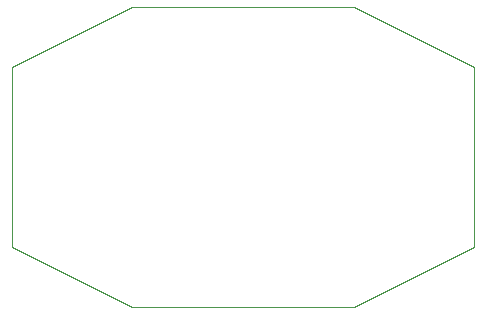
<source format=gm1>
%TF.GenerationSoftware,KiCad,Pcbnew,(6.0.0)*%
%TF.CreationDate,2022-05-29T15:36:19+02:00*%
%TF.ProjectId,LED_flasher,4c45445f-666c-4617-9368-65722e6b6963,rev?*%
%TF.SameCoordinates,Original*%
%TF.FileFunction,Profile,NP*%
%FSLAX46Y46*%
G04 Gerber Fmt 4.6, Leading zero omitted, Abs format (unit mm)*
G04 Created by KiCad (PCBNEW (6.0.0)) date 2022-05-29 15:36:19*
%MOMM*%
%LPD*%
G01*
G04 APERTURE LIST*
%TA.AperFunction,Profile*%
%ADD10C,0.038100*%
%TD*%
G04 APERTURE END LIST*
D10*
X36322000Y-53848000D02*
X36322000Y-38608000D01*
X65278000Y-58928000D02*
X46482000Y-58928000D01*
X46482000Y-58928000D02*
X36322000Y-53848000D01*
X75438000Y-53848000D02*
X65278000Y-58928000D01*
X36322000Y-38608000D02*
X46482000Y-33528000D01*
X46482000Y-33528000D02*
X65278000Y-33528000D01*
X75438000Y-38608000D02*
X75438000Y-53848000D01*
X65278000Y-33528000D02*
X75438000Y-38608000D01*
M02*

</source>
